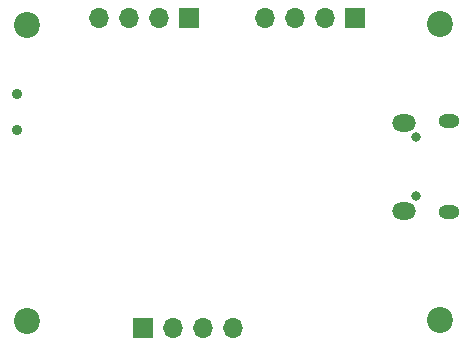
<source format=gbr>
%TF.GenerationSoftware,KiCad,Pcbnew,(6.0.0)*%
%TF.CreationDate,2024-12-16T18:31:45-06:00*%
%TF.ProjectId,UDEMY_STM32_Course,5544454d-595f-4535-944d-33325f436f75,rev?*%
%TF.SameCoordinates,Original*%
%TF.FileFunction,Soldermask,Bot*%
%TF.FilePolarity,Negative*%
%FSLAX46Y46*%
G04 Gerber Fmt 4.6, Leading zero omitted, Abs format (unit mm)*
G04 Created by KiCad (PCBNEW (6.0.0)) date 2024-12-16 18:31:45*
%MOMM*%
%LPD*%
G01*
G04 APERTURE LIST*
%ADD10O,0.800000X0.800000*%
%ADD11O,1.800000X1.150000*%
%ADD12O,2.000000X1.450000*%
%ADD13C,0.900000*%
%ADD14C,2.200000*%
%ADD15O,1.700000X1.700000*%
%ADD16R,1.700000X1.700000*%
G04 APERTURE END LIST*
D10*
%TO.C,J1*%
X76795000Y-66455000D03*
X76795000Y-71455000D03*
D11*
X79545000Y-65080000D03*
X79545000Y-72830000D03*
D12*
X75745000Y-65230000D03*
X75745000Y-72680000D03*
%TD*%
D13*
%TO.C,SW1*%
X42970000Y-62850000D03*
X42970000Y-65850000D03*
%TD*%
D14*
%TO.C,H4*%
X43850000Y-57000000D03*
%TD*%
%TO.C,H3*%
X78850000Y-56900000D03*
%TD*%
%TO.C,H2*%
X78850000Y-81950000D03*
%TD*%
%TO.C,H1*%
X43850000Y-82000000D03*
%TD*%
D15*
%TO.C,J3*%
X63980000Y-56350000D03*
X66520000Y-56350000D03*
X69060000Y-56350000D03*
D16*
X71600000Y-56350000D03*
%TD*%
%TO.C,J4*%
X53650000Y-82600000D03*
D15*
X56190000Y-82600000D03*
X58730000Y-82600000D03*
X61270000Y-82600000D03*
%TD*%
%TO.C,J2*%
X49930000Y-56350000D03*
X52470000Y-56350000D03*
X55010000Y-56350000D03*
D16*
X57550000Y-56350000D03*
%TD*%
M02*

</source>
